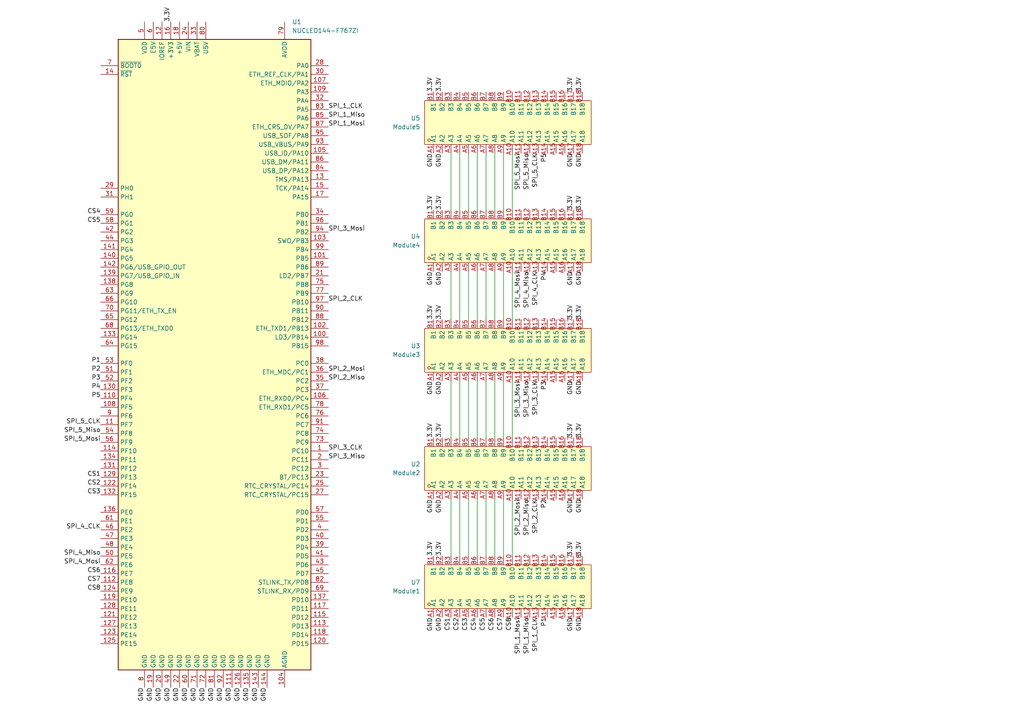
<source format=kicad_sch>
(kicad_sch (version 20250114) (generator "eeschema") (generator_version "9.0")
  (paper "A4")
  (lib_symbols
    (symbol "MCU_Module:NUCLEO144-F767ZI"
      (property "Reference" "U" (at -22.86 94.615 0))
      (property "Value" "NUCLEO144-F767ZI" (at -22.86 92.71 0))
      (symbol "NUCLEO144-F767ZI_0_1"
        (rectangle (start -27.94 -91.44) (end 27.94 91.44) (stroke (width 0.254)) (fill (type background)))
      )
      (symbol "NUCLEO144-F767ZI_1_1"
        (pin input line (at -33.02 83.82 0) (length 5.08) (name "~{BOOT0}") (number "7"))
        (pin input line (at -33.02 81.28 0) (length 5.08) (name "~{RST}") (number "14"))
        (pin bidirectional line (at -33.02 48.26 0) (length 5.08) (name "PH0") (number "29"))
        (pin bidirectional line (at -33.02 45.72 0) (length 5.08) (name "PH1") (number "31"))
        (pin bidirectional line (at -33.02 40.64 0) (length 5.08) (name "PG0") (number "59"))
        (pin bidirectional line (at -33.02 38.1 0) (length 5.08) (name "PG1") (number "58"))
        (pin bidirectional line (at -33.02 35.56 0) (length 5.08) (name "PG2") (number "42"))
        (pin bidirectional line (at -33.02 33.02 0) (length 5.08) (name "PG3") (number "44"))
        (pin bidirectional line (at -33.02 30.48 0) (length 5.08) (name "PG4") (number "141"))
        (pin bidirectional line (at -33.02 27.94 0) (length 5.08) (name "PG5") (number "140"))
        (pin bidirectional line (at -33.02 25.4 0) (length 5.08) (name "PG6/USB_GPIO_OUT") (number "142"))
        (pin bidirectional line (at -33.02 22.86 0) (length 5.08) (name "PG7/USB_GPIO_IN") (number "139"))
        (pin bidirectional line (at -33.02 20.32 0) (length 5.08) (name "PG8") (number "138"))
        (pin bidirectional line (at -33.02 17.78 0) (length 5.08) (name "PG9") (number "63"))
        (pin bidirectional line (at -33.02 15.24 0) (length 5.08) (name "PG10") (number "66"))
        (pin bidirectional line (at -33.02 12.7 0) (length 5.08) (name "PG11/ETH_TX_EN") (number "70"))
        (pin bidirectional line (at -33.02 10.16 0) (length 5.08) (name "PG12") (number "65"))
        (pin bidirectional line (at -33.02 7.62 0) (length 5.08) (name "PG13/ETH_TXD0") (number "68"))
        (pin bidirectional line (at -33.02 5.08 0) (length 5.08) (name "PG14") (number "133"))
        (pin bidirectional line (at -33.02 2.54 0) (length 5.08) (name "PG15") (number "64"))
        (pin bidirectional line (at -33.02 -2.54 0) (length 5.08) (name "PF0") (number "53"))
        (pin bidirectional line (at -33.02 -5.08 0) (length 5.08) (name "PF1") (number "51"))
        (pin bidirectional line (at -33.02 -7.62 0) (length 5.08) (name "PF2") (number "52"))
        (pin bidirectional line (at -33.02 -10.16 0) (length 5.08) (name "PF3") (number "130"))
        (pin bidirectional line (at -33.02 -12.7 0) (length 5.08) (name "PF4") (number "110"))
        (pin bidirectional line (at -33.02 -15.24 0) (length 5.08) (name "PF5") (number "108"))
        (pin bidirectional line (at -33.02 -17.78 0) (length 5.08) (name "PF6") (number "9"))
        (pin bidirectional line (at -33.02 -20.32 0) (length 5.08) (name "PF7") (number "11"))
        (pin bidirectional line (at -33.02 -22.86 0) (length 5.08) (name "PF8") (number "54"))
        (pin bidirectional line (at -33.02 -25.4 0) (length 5.08) (name "PF9") (number "56"))
        (pin bidirectional line (at -33.02 -27.94 0) (length 5.08) (name "PF10") (number "114"))
        (pin bidirectional line (at -33.02 -30.48 0) (length 5.08) (name "PF11") (number "134"))
        (pin bidirectional line (at -33.02 -33.02 0) (length 5.08) (name "PF12") (number "131"))
        (pin bidirectional line (at -33.02 -35.56 0) (length 5.08) (name "PF13") (number "129"))
        (pin bidirectional line (at -33.02 -38.1 0) (length 5.08) (name "PF14") (number "122"))
        (pin bidirectional line (at -33.02 -40.64 0) (length 5.08) (name "PF15") (number "132"))
        (pin bidirectional line (at -33.02 -45.72 0) (length 5.08) (name "PE0") (number "136"))
        (pin bidirectional line (at -33.02 -48.26 0) (length 5.08) (name "PE1") (number "61"))
        (pin bidirectional line (at -33.02 -50.8 0) (length 5.08) (name "PE2") (number "46"))
        (pin bidirectional line (at -33.02 -53.34 0) (length 5.08) (name "PE3") (number "47"))
        (pin bidirectional line (at -33.02 -55.88 0) (length 5.08) (name "PE4") (number "48"))
        (pin bidirectional line (at -33.02 -58.42 0) (length 5.08) (name "PE5") (number "50"))
        (pin bidirectional line (at -33.02 -60.96 0) (length 5.08) (name "PE6") (number "62"))
        (pin bidirectional line (at -33.02 -63.5 0) (length 5.08) (name "PE7") (number "116"))
        (pin bidirectional line (at -33.02 -66.04 0) (length 5.08) (name "PE8") (number "112"))
        (pin bidirectional line (at -33.02 -68.58 0) (length 5.08) (name "PE9") (number "124"))
        (pin bidirectional line (at -33.02 -71.12 0) (length 5.08) (name "PE10") (number "119"))
        (pin bidirectional line (at -33.02 -73.66 0) (length 5.08) (name "PE11") (number "128"))
        (pin bidirectional line (at -33.02 -76.2 0) (length 5.08) (name "PE12") (number "121"))
        (pin bidirectional line (at -33.02 -78.74 0) (length 5.08) (name "PE13") (number "127"))
        (pin bidirectional line (at -33.02 -81.28 0) (length 5.08) (name "PE14") (number "123"))
        (pin bidirectional line (at -33.02 -83.82 0) (length 5.08) (name "PE15") (number "125"))
        (pin no_connect line (at -27.94 58.42 0) (length 5.08) (hide yes) (name "NC") (number "26"))
        (pin no_connect line (at -27.94 55.88 0) (length 5.08) (hide yes) (name "NC") (number "10"))
        (pin no_connect line (at -27.94 53.34 0) (length 5.08) (hide yes) (name "NC") (number "67"))
        (pin power_in line (at -20.32 96.52 270) (length 5.08) (name "VDD") (number "5"))
        (pin power_in line (at -20.32 -96.52 90) (length 5.08) (name "GND") (number "8"))
        (pin power_in line (at -17.78 96.52 270) (length 5.08) (name "E5V") (number "6"))
        (pin power_in line (at -17.78 -96.52 90) (length 5.08) (name "GND") (number "19"))
        (pin power_in line (at -15.24 96.52 270) (length 5.08) (name "IOREF") (number "12"))
        (pin power_in line (at -15.24 -96.52 90) (length 5.08) (name "GND") (number "20"))
        (pin power_in line (at -12.7 96.52 270) (length 5.08) (name "+3V3") (number "16"))
        (pin power_in line (at -12.7 -96.52 90) (length 5.08) (name "GND") (number "49"))
        (pin power_in line (at -10.16 96.52 270) (length 5.08) (name "+5V") (number "18"))
        (pin power_in line (at -10.16 -96.52 90) (length 5.08) (name "GND") (number "22"))
        (pin power_in line (at -7.62 96.52 270) (length 5.08) (name "VIN") (number "24"))
        (pin power_in line (at -7.62 -96.52 90) (length 5.08) (name "GND") (number "60"))
        (pin power_in line (at -5.08 96.52 270) (length 5.08) (name "VBAT") (number "33"))
        (pin power_in line (at -5.08 -96.52 90) (length 5.08) (name "GND") (number "71"))
        (pin power_in line (at -2.54 96.52 270) (length 5.08) (name "U5V") (number "80"))
        (pin power_in line (at -2.54 -96.52 90) (length 5.08) (name "GND") (number "72"))
        (pin power_in line (at 0 -96.52 90) (length 5.08) (name "GND") (number "81"))
        (pin power_in line (at 2.54 -96.52 90) (length 5.08) (name "GND") (number "92"))
        (pin power_in line (at 5.08 -96.52 90) (length 5.08) (name "GND") (number "111"))
        (pin power_in line (at 7.62 -96.52 90) (length 5.08) (name "GND") (number "126"))
        (pin power_in line (at 10.16 -96.52 90) (length 5.08) (name "GND") (number "135"))
        (pin power_in line (at 12.7 -96.52 90) (length 5.08) (name "GND") (number "143"))
        (pin power_in line (at 15.24 -96.52 90) (length 5.08) (name "GND") (number "144"))
        (pin power_in line (at 20.32 96.52 270) (length 5.08) (name "AVDD") (number "79"))
        (pin power_in line (at 20.32 -96.52 90) (length 5.08) (name "AGND") (number "104"))
        (pin bidirectional line (at 33.02 83.82 180) (length 5.08) (name "PA0") (number "28"))
        (pin bidirectional line (at 33.02 81.28 180) (length 5.08) (name "ETH_REF_CLK/PA1") (number "30"))
        (pin bidirectional line (at 33.02 78.74 180) (length 5.08) (name "ETH_MDIO/PA2") (number "107"))
        (pin bidirectional line (at 33.02 76.2 180) (length 5.08) (name "PA3") (number "109"))
        (pin bidirectional line (at 33.02 73.66 180) (length 5.08) (name "PA4") (number "32"))
        (pin bidirectional line (at 33.02 71.12 180) (length 5.08) (name "PA5") (number "83"))
        (pin bidirectional line (at 33.02 68.58 180) (length 5.08) (name "PA6") (number "85"))
        (pin bidirectional line (at 33.02 66.04 180) (length 5.08) (name "ETH_CRS_DV/PA7") (number "87"))
        (pin bidirectional line (at 33.02 63.5 180) (length 5.08) (name "USB_SOF/PA8") (number "95"))
        (pin bidirectional line (at 33.02 60.96 180) (length 5.08) (name "USB_VBUS/PA9") (number "93"))
        (pin bidirectional line (at 33.02 58.42 180) (length 5.08) (name "USB_ID/PA10") (number "105"))
        (pin bidirectional line (at 33.02 55.88 180) (length 5.08) (name "USB_DM/PA11") (number "86"))
        (pin bidirectional line (at 33.02 53.34 180) (length 5.08) (name "USB_DP/PA12") (number "84"))
        (pin bidirectional line (at 33.02 50.8 180) (length 5.08) (name "TMS/PA13") (number "13"))
        (pin bidirectional line (at 33.02 48.26 180) (length 5.08) (name "TCK/PA14") (number "15"))
        (pin bidirectional line (at 33.02 45.72 180) (length 5.08) (name "PA15") (number "17"))
        (pin bidirectional line (at 33.02 40.64 180) (length 5.08) (name "PB0") (number "34"))
        (pin bidirectional line (at 33.02 38.1 180) (length 5.08) (name "PB1") (number "96"))
        (pin bidirectional line (at 33.02 35.56 180) (length 5.08) (name "PB2") (number "94"))
        (pin bidirectional line (at 33.02 33.02 180) (length 5.08) (name "SWO/PB3") (number "103"))
        (pin bidirectional line (at 33.02 30.48 180) (length 5.08) (name "PB4") (number "99"))
        (pin bidirectional line (at 33.02 27.94 180) (length 5.08) (name "PB5") (number "101"))
        (pin bidirectional line (at 33.02 25.4 180) (length 5.08) (name "PB6") (number "89"))
        (pin bidirectional line (at 33.02 22.86 180) (length 5.08) (name "LD2/PB7") (number "21"))
        (pin bidirectional line (at 33.02 20.32 180) (length 5.08) (name "PB8") (number "75"))
        (pin bidirectional line (at 33.02 17.78 180) (length 5.08) (name "PB9") (number "77"))
        (pin bidirectional line (at 33.02 15.24 180) (length 5.08) (name "PB10") (number "97"))
        (pin bidirectional line (at 33.02 12.7 180) (length 5.08) (name "PB11") (number "90"))
        (pin bidirectional line (at 33.02 10.16 180) (length 5.08) (name "PB12") (number "88"))
        (pin bidirectional line (at 33.02 7.62 180) (length 5.08) (name "ETH_TXD1/PB13") (number "102"))
        (pin bidirectional line (at 33.02 5.08 180) (length 5.08) (name "LD3/PB14") (number "100"))
        (pin bidirectional line (at 33.02 2.54 180) (length 5.08) (name "PB15") (number "98"))
        (pin bidirectional line (at 33.02 -2.54 180) (length 5.08) (name "PC0") (number "38"))
        (pin bidirectional line (at 33.02 -5.08 180) (length 5.08) (name "ETH_MDC/PC1") (number "36"))
        (pin bidirectional line (at 33.02 -7.62 180) (length 5.08) (name "PC2") (number "35"))
        (pin bidirectional line (at 33.02 -10.16 180) (length 5.08) (name "PC3") (number "37"))
        (pin bidirectional line (at 33.02 -12.7 180) (length 5.08) (name "ETH_RXD0/PC4") (number "106"))
        (pin bidirectional line (at 33.02 -15.24 180) (length 5.08) (name "ETH_RXD1/PC5") (number "78"))
        (pin bidirectional line (at 33.02 -17.78 180) (length 5.08) (name "PC6") (number "76"))
        (pin bidirectional line (at 33.02 -20.32 180) (length 5.08) (name "PC7") (number "91"))
        (pin bidirectional line (at 33.02 -22.86 180) (length 5.08) (name "PC8") (number "74"))
        (pin bidirectional line (at 33.02 -25.4 180) (length 5.08) (name "PC9") (number "73"))
        (pin bidirectional line (at 33.02 -27.94 180) (length 5.08) (name "PC10") (number "1"))
        (pin bidirectional line (at 33.02 -30.48 180) (length 5.08) (name "PC11") (number "2"))
        (pin bidirectional line (at 33.02 -33.02 180) (length 5.08) (name "PC12") (number "3"))
        (pin bidirectional line (at 33.02 -35.56 180) (length 5.08) (name "BT/PC13") (number "23"))
        (pin bidirectional line (at 33.02 -38.1 180) (length 5.08) (name "RTC_CRYSTAL/PC14") (number "25"))
        (pin bidirectional line (at 33.02 -40.64 180) (length 5.08) (name "RTC_CRYSTAL/PC15") (number "27"))
        (pin bidirectional line (at 33.02 -45.72 180) (length 5.08) (name "PD0") (number "57"))
        (pin bidirectional line (at 33.02 -48.26 180) (length 5.08) (name "PD1") (number "55"))
        (pin bidirectional line (at 33.02 -50.8 180) (length 5.08) (name "PD2") (number "4"))
        (pin bidirectional line (at 33.02 -53.34 180) (length 5.08) (name "PD3") (number "40"))
        (pin bidirectional line (at 33.02 -55.88 180) (length 5.08) (name "PD4") (number "39"))
        (pin bidirectional line (at 33.02 -58.42 180) (length 5.08) (name "PD5") (number "41"))
        (pin bidirectional line (at 33.02 -60.96 180) (length 5.08) (name "PD6") (number "43"))
        (pin bidirectional line (at 33.02 -63.5 180) (length 5.08) (name "PD7") (number "45"))
        (pin bidirectional line (at 33.02 -66.04 180) (length 5.08) (name "STLINK_TX/PD8") (number "82"))
        (pin bidirectional line (at 33.02 -68.58 180) (length 5.08) (name "STLINK_RX/PD9") (number "69"))
        (pin bidirectional line (at 33.02 -71.12 180) (length 5.08) (name "PD10") (number "137"))
        (pin bidirectional line (at 33.02 -73.66 180) (length 5.08) (name "PD11") (number "117"))
        (pin bidirectional line (at 33.02 -76.2 180) (length 5.08) (name "PD12") (number "115"))
        (pin bidirectional line (at 33.02 -78.74 180) (length 5.08) (name "PD13") (number "113"))
        (pin bidirectional line (at 33.02 -81.28 180) (length 5.08) (name "PD14") (number "118"))
        (pin bidirectional line (at 33.02 -83.82 180) (length 5.08) (name "PD15") (number "120"))
      )
    )
    (symbol "whad_hard_MB:X3183WV-36B1-46V15"
      (property "Reference" "U" (at 0 26.67 0))
      (property "Value" "X3183WV-36B1-46V15" (at 0 -26.67 0))
      (symbol "X3183WV-36B1-46V15_0_1"
        (rectangle (start -6.35 24.13) (end 6.35 -24.13) (fill (type background)))
        (circle (center -5.08 22.86) (radius 0.38))
        (pin unspecified line (at -8.89 21.59 0) (length 2.54) (name "A1") (number "A1"))
        (pin unspecified line (at -8.89 19.05 0) (length 2.54) (name "A2") (number "A2"))
        (pin unspecified line (at -8.89 16.51 0) (length 2.54) (name "A3") (number "A3"))
        (pin unspecified line (at -8.89 13.97 0) (length 2.54) (name "A4") (number "A4"))
        (pin unspecified line (at -8.89 11.43 0) (length 2.54) (name "A5") (number "A5"))
        (pin unspecified line (at -8.89 8.89 0) (length 2.54) (name "A6") (number "A6"))
        (pin unspecified line (at -8.89 6.35 0) (length 2.54) (name "A7") (number "A7"))
        (pin unspecified line (at -8.89 3.81 0) (length 2.54) (name "A8") (number "A8"))
        (pin unspecified line (at -8.89 1.27 0) (length 2.54) (name "A9") (number "A9"))
        (pin unspecified line (at -8.89 -1.27 0) (length 2.54) (name "A10") (number "A10"))
        (pin unspecified line (at -8.89 -3.81 0) (length 2.54) (name "A11") (number "A11"))
        (pin unspecified line (at -8.89 -6.35 0) (length 2.54) (name "A12") (number "A12"))
        (pin unspecified line (at -8.89 -8.89 0) (length 2.54) (name "A13") (number "A13"))
        (pin unspecified line (at -8.89 -11.43 0) (length 2.54) (name "A14") (number "A14"))
        (pin unspecified line (at -8.89 -13.97 0) (length 2.54) (name "A15") (number "A15"))
        (pin unspecified line (at -8.89 -16.51 0) (length 2.54) (name "A16") (number "A16"))
        (pin unspecified line (at -8.89 -19.05 0) (length 2.54) (name "A17") (number "A17"))
        (pin unspecified line (at -8.89 -21.59 0) (length 2.54) (name "A18") (number "A18"))
        (pin unspecified line (at 8.89 21.59 180) (length 2.54) (name "B1") (number "B1"))
        (pin unspecified line (at 8.89 19.05 180) (length 2.54) (name "B2") (number "B2"))
        (pin unspecified line (at 8.89 16.51 180) (length 2.54) (name "B3") (number "B3"))
        (pin unspecified line (at 8.89 13.97 180) (length 2.54) (name "B4") (number "B4"))
        (pin unspecified line (at 8.89 11.43 180) (length 2.54) (name "B5") (number "B5"))
        (pin unspecified line (at 8.89 8.89 180) (length 2.54) (name "B6") (number "B6"))
        (pin unspecified line (at 8.89 6.35 180) (length 2.54) (name "B7") (number "B7"))
        (pin unspecified line (at 8.89 3.81 180) (length 2.54) (name "B8") (number "B8"))
        (pin unspecified line (at 8.89 1.27 180) (length 2.54) (name "B9") (number "B9"))
        (pin unspecified line (at 8.89 -1.27 180) (length 2.54) (name "B10") (number "B10"))
        (pin unspecified line (at 8.89 -3.81 180) (length 2.54) (name "B11") (number "B11"))
        (pin unspecified line (at 8.89 -6.35 180) (length 2.54) (name "B12") (number "B12"))
        (pin unspecified line (at 8.89 -8.89 180) (length 2.54) (name "B13") (number "B13"))
        (pin unspecified line (at 8.89 -11.43 180) (length 2.54) (name "B14") (number "B14"))
        (pin unspecified line (at 8.89 -13.97 180) (length 2.54) (name "B15") (number "B15"))
        (pin unspecified line (at 8.89 -16.51 180) (length 2.54) (name "B16") (number "B16"))
        (pin unspecified line (at 8.89 -19.05 180) (length 2.54) (name "B17") (number "B17"))
        (pin unspecified line (at 8.89 -21.59 180) (length 2.54) (name "B18") (number "B18"))
      )
    )
  )
  (wire (pts (xy 135.89 78.74) (xy 135.89 92.71)))
  (wire (pts (xy 143.51 144.78) (xy 143.51 161.29)))
  (wire (pts (xy 146.05 110.49) (xy 146.05 127)))
  (wire (pts (xy 138.43 44.45) (xy 138.43 60.96)))
  (wire (pts (xy 133.35 110.49) (xy 133.35 127)))
  (wire (pts (xy 143.51 44.45) (xy 143.51 60.96)))
  (wire (pts (xy 148.59 78.74) (xy 148.59 92.71)))
  (wire (pts (xy 130.81 44.45) (xy 130.81 60.96)))
  (wire (pts (xy 135.89 110.49) (xy 135.89 127)))
  (wire (pts (xy 138.43 144.78) (xy 138.43 161.29)))
  (wire (pts (xy 146.05 78.74) (xy 146.05 92.71)))
  (wire (pts (xy 130.81 144.78) (xy 130.81 161.29)))
  (wire (pts (xy 130.81 110.49) (xy 130.81 127)))
  (wire (pts (xy 143.51 78.74) (xy 143.51 92.71)))
  (wire (pts (xy 148.59 144.78) (xy 148.59 161.29)))
  (wire (pts (xy 146.05 44.45) (xy 146.05 60.96)))
  (wire (pts (xy 135.89 44.45) (xy 135.89 60.96)))
  (wire (pts (xy 143.51 110.49) (xy 143.51 127)))
  (wire (pts (xy 130.81 78.74) (xy 130.81 92.71)))
  (wire (pts (xy 140.97 110.49) (xy 140.97 127)))
  (wire (pts (xy 133.35 144.78) (xy 133.35 161.29)))
  (wire (pts (xy 135.89 144.78) (xy 135.89 161.29)))
  (wire (pts (xy 146.05 144.78) (xy 146.05 161.29)))
  (wire (pts (xy 133.35 44.45) (xy 133.35 60.96)))
  (wire (pts (xy 138.43 110.49) (xy 138.43 127)))
  (wire (pts (xy 133.35 78.74) (xy 133.35 92.71)))
  (wire (pts (xy 140.97 78.74) (xy 140.97 92.71)))
  (wire (pts (xy 140.97 44.45) (xy 140.97 60.96)))
  (wire (pts (xy 138.43 78.74) (xy 138.43 92.71)))
  (wire (pts (xy 140.97 144.78) (xy 140.97 161.29)))
  (wire (pts (xy 148.59 44.45) (xy 148.59 60.96)))
  (wire (pts (xy 148.59 110.49) (xy 148.59 127)))
  (label "3.3V" (at 125.73 26.67 90))
  (label "GND" (at 125.73 110.49 270))
  (label "CS8" (at 148.59 179.07 270))
  (label "CS2" (at 133.35 179.07 270))
  (label "CS8" (at 29.21 171.45 180))
  (label "GND" (at 168.91 144.78 270))
  (label "GND" (at 128.27 44.45 270))
  (label "SPI_4_CLK" (at 156.21 78.74 270))
  (label "SPI_2_Miso" (at 153.67 144.78 270))
  (label "SPI_3_CLK" (at 156.21 110.49 270))
  (label "SPI_5_CLK" (at 29.21 123.19 180))
  (label "3.3V" (at 125.73 161.29 90))
  (label "GND" (at 128.27 78.74 270))
  (label "3.3V" (at 168.91 161.29 90))
  (label "SPI_1_Miso" (at 153.67 179.07 270))
  (label "GND" (at 54.61 199.39 270))
  (label "CS6" (at 29.21 166.37 180))
  (label "GND" (at 166.37 78.74 270))
  (label "GND" (at 62.23 199.39 270))
  (label "GND" (at 168.91 78.74 270))
  (label "3.3V" (at 168.91 26.67 90))
  (label "GND" (at 46.99 199.39 270))
  (label "3.3V" (at 168.91 60.96 90))
  (label "SPI_3_Miso" (at 153.67 110.49 270))
  (label "3.3V" (at 49.53 6.35 90))
  (label "SPI_4_Mosi" (at 29.21 163.83 180))
  (label "GND" (at 52.07 199.39 270))
  (label "GND" (at 166.37 110.49 270))
  (label "SPI_5_CLK" (at 156.21 44.45 270))
  (label "CS7" (at 146.05 179.07 270))
  (label "CS6" (at 143.51 179.07 270))
  (label "3.3V" (at 166.37 92.71 90))
  (label "P2" (at 29.21 107.95 180))
  (label "GND" (at 44.45 199.39 270))
  (label "3.3V" (at 125.73 127 90))
  (label "CS1" (at 29.21 138.43 180))
  (label "P3" (at 158.75 110.49 270))
  (label "SPI_5_Miso" (at 153.67 44.45 270))
  (label "SPI_1_CLK" (at 95.25 31.75 0))
  (label "GND" (at 59.69 199.39 270))
  (label "GND" (at 41.91 199.39 270))
  (label "GND" (at 125.73 144.78 270))
  (label "SPI_3_Miso" (at 95.25 133.35 0))
  (label "SPI_2_Mosi" (at 95.25 107.95 0))
  (label "CS5" (at 140.97 179.07 270))
  (label "P3" (at 29.21 110.49 180))
  (label "SPI_5_Miso" (at 29.21 125.73 180))
  (label "SPI_3_Mosi" (at 151.13 110.49 270))
  (label "SPI_1_Mosi" (at 95.25 36.83 0))
  (label "3.3V" (at 166.37 161.29 90))
  (label "SPI_2_Miso" (at 95.25 110.49 0))
  (label "GND" (at 72.39 199.39 270))
  (label "P5" (at 158.75 44.45 270))
  (label "GND" (at 74.93 199.39 270))
  (label "3.3V" (at 125.73 60.96 90))
  (label "GND" (at 77.47 199.39 270))
  (label "CS5" (at 29.21 64.77 180))
  (label "CS7" (at 29.21 168.91 180))
  (label "SPI_5_Mosi" (at 151.13 44.45 270))
  (label "SPI_1_Mosi" (at 151.13 179.07 270))
  (label "3.3V" (at 168.91 127 90))
  (label "CS4" (at 29.21 62.23 180))
  (label "GND" (at 168.91 110.49 270))
  (label "CS4" (at 138.43 179.07 270))
  (label "P1" (at 29.21 105.41 180))
  (label "GND" (at 64.77 199.39 270))
  (label "SPI_2_CLK" (at 95.25 87.63 0))
  (label "3.3V" (at 128.27 26.67 90))
  (label "P5" (at 29.21 115.57 180))
  (label "GND" (at 166.37 144.78 270))
  (label "GND" (at 128.27 144.78 270))
  (label "P4" (at 29.21 113.03 180))
  (label "3.3V" (at 168.91 92.71 90))
  (label "3.3V" (at 128.27 127 90))
  (label "GND" (at 67.31 199.39 270))
  (label "CS3" (at 29.21 143.51 180))
  (label "CS2" (at 29.21 140.97 180))
  (label "CS1" (at 130.81 179.07 270))
  (label "SPI_4_Mosi" (at 151.13 78.74 270))
  (label "GND" (at 168.91 179.07 270))
  (label "3.3V" (at 166.37 60.96 90))
  (label "GND" (at 49.53 199.39 270))
  (label "SPI_5_Mosi" (at 29.21 128.27 180))
  (label "GND" (at 125.73 179.07 270))
  (label "P4" (at 158.75 78.74 270))
  (label "SPI_4_CLK" (at 29.21 153.67 180))
  (label "3.3V" (at 166.37 26.67 90))
  (label "CS3" (at 135.89 179.07 270))
  (label "P1" (at 158.75 179.07 270))
  (label "GND" (at 69.85 199.39 270))
  (label "GND" (at 128.27 110.49 270))
  (label "SPI_4_Miso" (at 29.21 161.29 180))
  (label "3.3V" (at 128.27 60.96 90))
  (label "SPI_1_CLK" (at 156.21 179.07 270))
  (label "SPI_2_Mosi" (at 151.13 144.78 270))
  (label "3.3V" (at 128.27 161.29 90))
  (label "SPI_1_Miso" (at 95.25 34.29 0))
  (label "3.3V" (at 166.37 127 90))
  (label "3.3V" (at 128.27 92.71 90))
  (label "3.3V" (at 125.73 92.71 90))
  (label "GND" (at 166.37 179.07 270))
  (label "SPI_4_Miso" (at 153.67 78.74 270))
  (label "GND" (at 166.37 44.45 270))
  (label "GND" (at 125.73 44.45 270))
  (label "GND" (at 168.91 44.45 270))
  (label "GND" (at 125.73 78.74 270))
  (label "GND" (at 128.27 179.07 270))
  (label "GND" (at 57.15 199.39 270))
  (label "SPI_3_CLK" (at 95.25 130.81 0))
  (label "P2" (at 158.75 144.78 270))
  (label "SPI_2_CLK" (at 156.21 144.78 270))
  (label "SPI_3_Mosi" (at 95.25 67.31 0))
  (symbol (lib_id "MCU_Module:NUCLEO144-F767ZI") (at 62.23 102.87 0) (unit 1)
    (property "Reference" "U1" (at 84.6933 6.35 0) (effects (justify left)))
    (property "Value" "NUCLEO144-F767ZI" (at 84.6933 8.89 0) (effects (justify left)))
    (property "Footprint" "Module:ST_Morpho_Connector_144_STLink" (effects (hide yes)))
    (property "Datasheet" "https://www.st.com/resource/en/user_manual/dm00244518-stm32-nucleo144-boards-stmicroelectronics.pdf" (effects (hide yes)))
    (property "Description" "Nucleo 144 Development Board with STM32F767ZIT6 MCU, 512kB RAM, 2Mb FLASH" (effects (hide yes)))
  )
  (symbol (lib_id "whad_hard_MB:X3183WV-36B1-46V15") (at 147.32 35.56 90) (unit 1)
    (property "Reference" "U5" (at 121.92 34.2899 90) (effects (justify left)))
    (property "Value" "Module5" (at 121.92 36.8299 90) (effects (justify left)))
    (property "Footprint" "easyeda:CONN-TH_X3183WV-36B1-46V15" (effects (hide yes)))
    (property "LCSC Part" "C5711219" (effects (hide yes)))
  )
  (symbol (lib_id "whad_hard_MB:X3183WV-36B1-46V15") (at 147.32 135.89 90) (unit 1)
    (property "Reference" "U2" (at 121.92 134.6199 90) (effects (justify left)))
    (property "Value" "Module2" (at 121.92 137.1599 90) (effects (justify left)))
    (property "Footprint" "easyeda:CONN-TH_X3183WV-36B1-46V15" (effects (hide yes)))
    (property "LCSC Part" "C5711219" (effects (hide yes)))
  )
  (symbol (lib_id "whad_hard_MB:X3183WV-36B1-46V15") (at 147.32 170.18 90) (unit 1)
    (property "Reference" "U7" (at 121.92 168.9099 90) (effects (justify left)))
    (property "Value" "Module1" (at 121.92 171.4499 90) (effects (justify left)))
    (property "Footprint" "easyeda:CONN-TH_X3183WV-36B1-46V15" (effects (hide yes)))
    (property "LCSC Part" "C5711219" (effects (hide yes)))
  )
  (symbol (lib_id "whad_hard_MB:X3183WV-36B1-46V15") (at 147.32 69.85 90) (unit 1)
    (property "Reference" "U4" (at 121.92 68.5799 90) (effects (justify left)))
    (property "Value" "Module4" (at 121.92 71.1199 90) (effects (justify left)))
    (property "Footprint" "easyeda:CONN-TH_X3183WV-36B1-46V15" (effects (hide yes)))
    (property "LCSC Part" "C5711219" (effects (hide yes)))
  )
  (symbol (lib_id "whad_hard_MB:X3183WV-36B1-46V15") (at 147.32 101.6 90) (unit 1)
    (property "Reference" "U3" (at 121.92 100.3299 90) (effects (justify left)))
    (property "Value" "Module3" (at 121.92 102.8699 90) (effects (justify left)))
    (property "Footprint" "easyeda:CONN-TH_X3183WV-36B1-46V15" (effects (hide yes)))
    (property "LCSC Part" "C5711219" (effects (hide yes)))
  )
)
</source>
